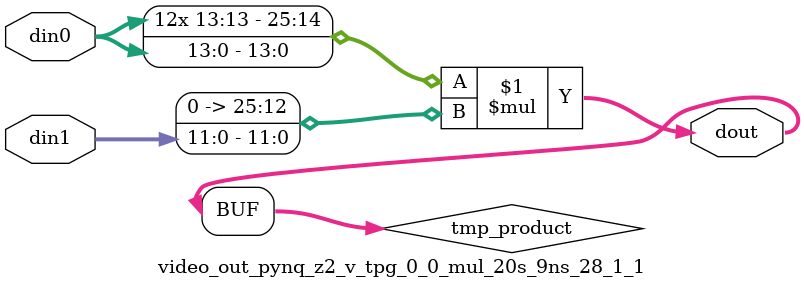
<source format=v>

`timescale 1 ns / 1 ps

 module video_out_pynq_z2_v_tpg_0_0_mul_20s_9ns_28_1_1(din0, din1, dout);
parameter ID = 1;
parameter NUM_STAGE = 0;
parameter din0_WIDTH = 14;
parameter din1_WIDTH = 12;
parameter dout_WIDTH = 26;

input [din0_WIDTH - 1 : 0] din0; 
input [din1_WIDTH - 1 : 0] din1; 
output [dout_WIDTH - 1 : 0] dout;

wire signed [dout_WIDTH - 1 : 0] tmp_product;


























assign tmp_product = $signed(din0) * $signed({1'b0, din1});









assign dout = tmp_product;





















endmodule

</source>
